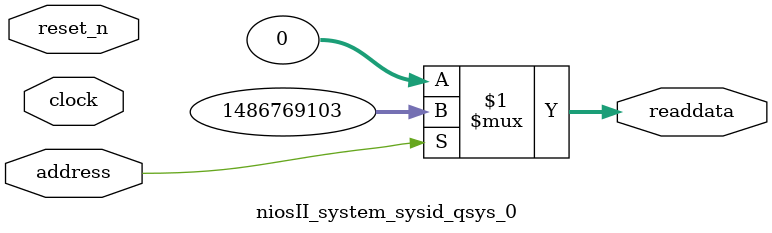
<source format=v>

`timescale 1ns / 1ps
// synthesis translate_on

// turn off superfluous verilog processor warnings 
// altera message_level Level1 
// altera message_off 10034 10035 10036 10037 10230 10240 10030 

module niosII_system_sysid_qsys_0 (
               // inputs:
                address,
                clock,
                reset_n,

               // outputs:
                readdata
             )
;

  output  [ 31: 0] readdata;
  input            address;
  input            clock;
  input            reset_n;

  wire    [ 31: 0] readdata;
  //control_slave, which is an e_avalon_slave
  assign readdata = address ? 1486769103 : 0;

endmodule




</source>
